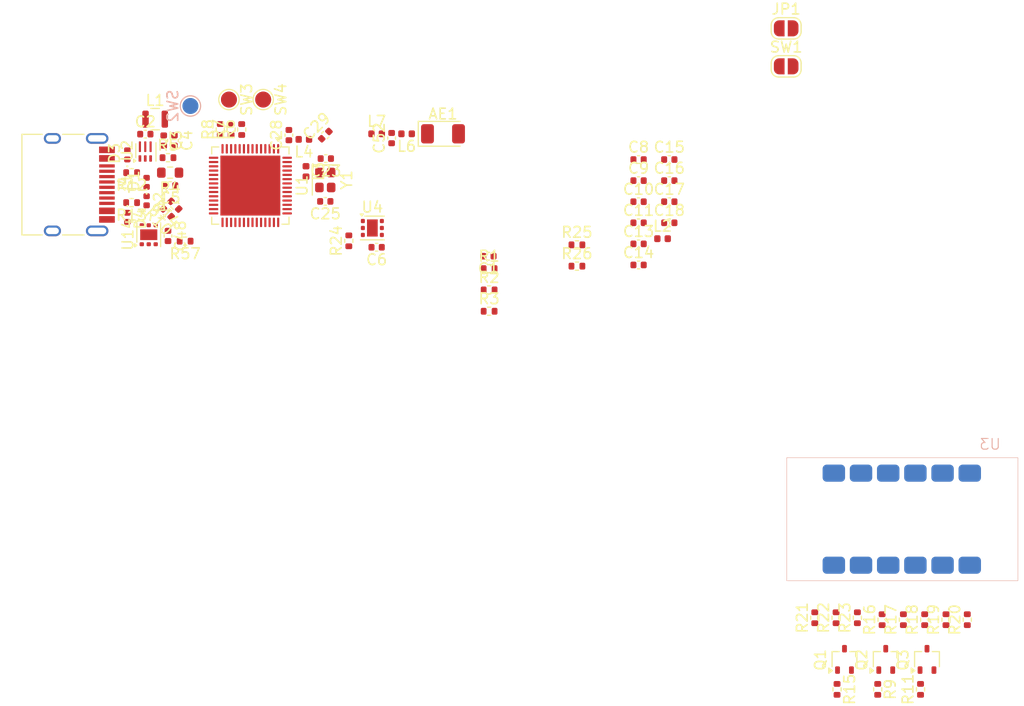
<source format=kicad_pcb>
(kicad_pcb (version 20241229) (generator "pcbnew") (generator_version "9.0")
  (layers (0 "F.Cu" signal) (4 "In1.Cu" signal) (6 "In2.Cu" signal) (2 "B.Cu" signal) (13 "F.Paste" user) (15 "B.Paste" user) (5 "F.SilkS" user "F.Silkscreen") (7 "B.SilkS" user "B.Silkscreen") (1 "F.Mask" user) (3 "B.Mask" user) (25 "Edge.Cuts" user))
  (net 0 "")
  (net 1 "/RF_ANT")
  (net 2 "Net-(U1-CHIP_PU{slash}RESET)")
  (net 3 "GND")
  (net 4 "+5V")
  (net 5 "+3V3")
  (net 6 "Net-(U2-FB)")
  (net 7 "VDD3P3")
  (net 8 "/VDD_SPI")
  (net 9 "/XTAL_PL")
  (net 10 "/XTAL_N")
  (net 11 "/RF_ESP")
  (net 12 "/RF_TRANS")
  (net 13 "Net-(C52-Pad2)")
  (net 14 "/D-")
  (net 15 "/D+")
  (net 16 "Net-(J4-CC1)")
  (net 17 "Net-(J4-CC2)")
  (net 18 "Net-(JP1-A)")
  (net 19 "Net-(JP1-B)")
  (net 20 "Net-(U2-SW)")
  (net 21 "/XTAL_P")
  (net 22 "Net-(Q1-D)")
  (net 23 "Net-(Q1-G)")
  (net 24 "Net-(Q2-D)")
  (net 25 "Net-(Q2-G)")
  (net 26 "Net-(Q3-D)")
  (net 27 "Net-(Q3-G)")
  (net 28 "/BOOT")
  (net 29 "Net-(R6-Pad2)")
  (net 30 "Net-(U1-GPIO6{slash}ADC1_CH5)")
  (net 31 "Net-(R7-Pad2)")
  (net 32 "Net-(U1-GPIO7{slash}ADC1_CH6)")
  (net 33 "Net-(U1-GPIO8{slash}ADC1_CH7)")
  (net 34 "Net-(R8-Pad2)")
  (net 35 "/DIG2")
  (net 36 "/ESP_D+")
  (net 37 "/DIG3")
  (net 38 "/ESP_D-")
  (net 39 "/DIG1")
  (net 40 "Net-(U1-SPI_CS1{slash}GPIO26)")
  (net 41 "Net-(U3-A)")
  (net 42 "Net-(U3-B)")
  (net 43 "Net-(U1-SPIHD{slash}GPIO27)")
  (net 44 "Net-(U1-SPIWP{slash}GPIO28)")
  (net 45 "Net-(U3-C)")
  (net 46 "Net-(U1-SPICS0{slash}GPIO29)")
  (net 47 "Net-(U3-D)")
  (net 48 "Net-(U3-E)")
  (net 49 "Net-(U1-SPICLK{slash}GPIO30)")
  (net 50 "Net-(U3-F)")
  (net 51 "Net-(U1-SPIQ{slash}GPIO31)")
  (net 52 "Net-(U3-G)")
  (net 53 "Net-(U1-SPID{slash}GPIO32)")
  (net 54 "Net-(U1-GPIO33)")
  (net 55 "Net-(U3-DP)")
  (net 56 "/TMP117_ALERT_2")
  (net 57 "/SCL")
  (net 58 "/SDA")
  (net 59 "/TMP117_ALERT")
  (footprint "Inductor_SMD:L_0402_1005Metric" (layer "F.Cu") (at 119 90.8 180)
    (property "Reference" "L6" (at 0 -1.17 0) (layer "F.SilkS"))
    (property "Value" "3n9")
    (pad "1" smd roundrect (at -0.485 0 180) (size 0.59 0.64) (layers "F.Cu" "F.Mask" "F.Paste") (net 1 "/RF_ANT"))
    (pad "2" smd roundrect (at 0.485 0 180) (size 0.59 0.64) (layers "F.Cu" "F.Mask" "F.Paste") (net 13 "Net-(C52-Pad2)"))
  )
  (footprint "Resistor_SMD:R_0402_1005Metric" (layer "F.Cu") (at 167.02 142.71 90)
    (property "Reference" "R11" (at 0 -1.17 90) (layer "F.SilkS"))
    (property "Value" "510")
    (pad "1" smd roundrect (at -0.51 0 90) (size 0.54 0.64) (layers "F.Cu" "F.Mask" "F.Paste") (net 27 "Net-(Q3-G)"))
    (pad "2" smd roundrect (at 0.51 0 90) (size 0.54 0.64) (layers "F.Cu" "F.Mask" "F.Paste") (net 37 "/DIG3"))
  )
  (footprint "Inductor_SMD:L_0402_1005Metric" (layer "F.Cu") (at 142.915 100.6)
    (property "Reference" "L2" (at 0 -1.17 0) (layer "F.SilkS"))
    (property "Value" "2n7")
    (pad "1" smd roundrect (at -0.485 0) (size 0.59 0.64) (layers "F.Cu" "F.Mask" "F.Paste") (net 5 "+3V3"))
    (pad "2" smd roundrect (at 0.485 0) (size 0.59 0.64) (layers "F.Cu" "F.Mask" "F.Paste") (net 7 "VDD3P3"))
  )
  (footprint "Capacitor_SMD:C_0402_1005Metric" (layer "F.Cu") (at 96.705 100.3425 -90)
    (property "Reference" "C48" (at 0 -1.16 90) (layer "F.SilkS"))
    (property "Value" "0u1")
    (pad "1" smd roundrect (at -0.48 0 270) (size 0.56 0.62) (layers "F.Cu" "F.Mask" "F.Paste") (net 5 "+3V3"))
    (pad "2" smd roundrect (at 0.48 0 270) (size 0.56 0.62) (layers "F.Cu" "F.Mask" "F.Paste") (net 3 "GND"))
  )
  (footprint "Pers:Diode_DFN1006" (layer "F.Cu") (at 94.705 95.395 90)
    (property "Reference" "D1" (at 0.2 -1.2 90) (layer "F.SilkS"))
    (property "Value" "H5VU10U")
    (pad "1" smd roundrect (at -0.365 0 90) (size 0.55 0.6) (layers "F.Cu" "F.Mask" "F.Paste") (net 14 "/D-"))
    (pad "2" smd roundrect (at 0.485 0 90) (size 0.55 0.6) (layers "F.Cu" "F.Mask" "F.Paste") (net 3 "GND"))
  )
  (footprint "Inductor_SMD:L_0402_1005Metric" (layer "F.Cu") (at 109.6 94.315 -90)
    (property "Reference" "L3" (at 0 -1.17 90) (layer "F.SilkS"))
    (property "Value" "24n")
    (pad "1" smd roundrect (at -0.485 0 270) (size 0.59 0.64) (layers "F.Cu" "F.Mask" "F.Paste") (net 21 "/XTAL_P"))
    (pad "2" smd roundrect (at 0.485 0 270) (size 0.59 0.64) (layers "F.Cu" "F.Mask" "F.Paste") (net 9 "/XTAL_PL"))
  )
  (footprint "Resistor_SMD:R_0402_1005Metric" (layer "F.Cu") (at 134.915 101.175)
    (property "Reference" "R25" (at 0 -1.17 0) (layer "F.SilkS"))
    (property "Value" "20k")
    (pad "1" smd roundrect (at -0.51 0) (size 0.54 0.64) (layers "F.Cu" "F.Mask" "F.Paste") (net 5 "+3V3"))
    (pad "2" smd roundrect (at 0.51 0) (size 0.54 0.64) (layers "F.Cu" "F.Mask" "F.Paste") (net 57 "/SCL"))
  )
  (footprint "Capacitor_SMD:C_0402_1005Metric" (layer "F.Cu") (at 143.545 95.175)
    (property "Reference" "C16" (at 0 -1.16 0) (layer "F.SilkS"))
    (property "Value" "0u1")
    (pad "1" smd roundrect (at -0.48 0) (size 0.56 0.62) (layers "F.Cu" "F.Mask" "F.Paste") (net 8 "/VDD_SPI"))
    (pad "2" smd roundrect (at 0.48 0) (size 0.56 0.62) (layers "F.Cu" "F.Mask" "F.Paste") (net 3 "GND"))
  )
  (footprint "Resistor_SMD:R_0402_1005Metric" (layer "F.Cu") (at 167.41 136.2 90)
    (property "Reference" "R18" (at 0 -1.17 90) (layer "F.SilkS"))
    (property "Value" "150")
    (pad "1" smd roundrect (at -0.51 0 90) (size 0.54 0.64) (layers "F.Cu" "F.Mask" "F.Paste") (net 45 "Net-(U3-C)"))
    (pad "2" smd roundrect (at 0.51 0 90) (size 0.54 0.64) (layers "F.Cu" "F.Mask" "F.Paste") (net 44 "Net-(U1-SPIWP{slash}GPIO28)"))
  )
  (footprint "Resistor_SMD:R_0402_1005Metric" (layer "F.Cu") (at 159.22 142.71 -90)
    (property "Reference" "R15" (at 0 -1.17 90) (layer "F.SilkS"))
    (property "Value" "510")
    (pad "1" smd roundrect (at -0.51 0 270) (size 0.54 0.64) (layers "F.Cu" "F.Mask" "F.Paste") (net 23 "Net-(Q1-G)"))
    (pad "2" smd roundrect (at 0.51 0 270) (size 0.54 0.64) (layers "F.Cu" "F.Mask" "F.Paste") (net 39 "/DIG1"))
  )
  (footprint "Capacitor_SMD:C_0402_1005Metric" (layer "F.Cu") (at 140.675 99.115)
    (property "Reference" "C11" (at 0 -1.16 0) (layer "F.SilkS"))
    (property "Value" "0u1")
    (pad "1" smd roundrect (at -0.48 0) (size 0.56 0.62) (layers "F.Cu" "F.Mask" "F.Paste") (net 7 "VDD3P3"))
    (pad "2" smd roundrect (at 0.48 0) (size 0.56 0.62) (layers "F.Cu" "F.Mask" "F.Paste") (net 3 "GND"))
  )
  (footprint "Capacitor_SMD:C_0402_1005Metric" (layer "F.Cu") (at 117.6 91.2 90)
    (property "Reference" "C52" (at 0 -1.16 90) (layer "F.SilkS"))
    (property "Value" "1p")
    (pad "1" smd roundrect (at -0.48 0 90) (size 0.56 0.62) (layers "F.Cu" "F.Mask" "F.Paste") (net 12 "/RF_TRANS"))
    (pad "2" smd roundrect (at 0.48 0 90) (size 0.56 0.62) (layers "F.Cu" "F.Mask" "F.Paste") (net 13 "Net-(C52-Pad2)"))
  )
  (footprint "Resistor_SMD:R_0402_1005Metric" (layer "F.Cu") (at 126.71 107.38)
    (property "Reference" "R3" (at 0 -1.17 0) (layer "F.SilkS"))
    (property "Value" "10k")
    (pad "1" smd roundrect (at -0.51 0) (size 0.54 0.64) (layers "F.Cu" "F.Mask" "F.Paste") (net 3 "GND"))
    (pad "2" smd roundrect (at 0.51 0) (size 0.54 0.64) (layers "F.Cu" "F.Mask" "F.Paste") (net 19 "Net-(JP1-B)"))
  )
  (footprint "Resistor_SMD:R_0402_1005Metric" (layer "F.Cu") (at 165.42 136.2 90)
    (property "Reference" "R17" (at 0 -1.17 90) (layer "F.SilkS"))
    (property "Value" "150")
    (pad "1" smd roundrect (at -0.51 0 90) (size 0.54 0.64) (layers "F.Cu" "F.Mask" "F.Paste") (net 42 "Net-(U3-B)"))
    (pad "2" smd roundrect (at 0.51 0 90) (size 0.54 0.64) (layers "F.Cu" "F.Mask" "F.Paste") (net 43 "Net-(U1-SPIHD{slash}GPIO27)"))
  )
  (footprint "Jumper:SolderJumper-2_P1.3mm_Open_RoundedPad1.0x1.5mm" (layer "F.Cu") (at 154.465 80.945)
    (property "Reference" "JP1" (at 0 -1.8 0) (layer "F.SilkS"))
    (property "Value" "Jumper_2_Open")
    (pad "1" smd custom (at -0.65 0) (size 1 0.5) (layers "F.Cu" "F.Mask") (net 18 "Net-(JP1-A)") (options (clearance outline) (anchor rect)) (primitives (gr_circle (center 0 0.25) (end 0.5 0.25) (width 0) (fill yes)) (gr_circle (center 0 -0.25) (end 0.5 -0.25) (width 0) (fill yes)) (gr_poly (pts (xy 0.5 0.75) (xy 0 0.75) (xy 0 -0.75) (xy 0.5 -0.75)) (width 0) (fill yes))))
    (pad "2" smd custom (at 0.65 0) (size 1 0.5) (layers "F.Cu" "F.Mask") (net 19 "Net-(JP1-B)") (options (clearance outline) (anchor rect)) (primitives (gr_circle (center 0 0.25) (end 0.5 0.25) (width 0) (fill yes)) (gr_circle (center 0 -0.25) (end 0.5 -0.25) (width 0) (fill yes)) (gr_poly (pts (xy 0 0.75) (xy -0.5 0.75) (xy -0.5 -0.75) (xy 0 -0.75)) (width 0) (fill yes))))
  )
  (footprint "Resistor_SMD:R_0402_1005Metric" (layer "F.Cu") (at 134.915 103.165)
    (property "Reference" "R26" (at 0 -1.17 0) (layer "F.SilkS"))
    (property "Value" "20k")
    (pad "1" smd roundrect (at -0.51 0) (size 0.54 0.64) (layers "F.Cu" "F.Mask" "F.Paste") (net 5 "+3V3"))
    (pad "2" smd roundrect (at 0.51 0) (size 0.54 0.64) (layers "F.Cu" "F.Mask" "F.Paste") (net 58 "/SDA"))
  )
  (footprint "Resistor_SMD:R_0402_1005Metric" (layer "F.Cu") (at 93.305 94.43 180)
    (property "Reference" "R12" (at 0 -1.17 0) (layer "F.SilkS"))
    (property "Value" "5k1")
    (pad "1" smd roundrect (at -0.51 0 180) (size 0.54 0.64) (layers "F.Cu" "F.Mask" "F.Paste") (net 3 "GND"))
    (pad "2" smd roundrect (at 0.51 0 180) (size 0.54 0.64) (layers "F.Cu" "F.Mask" "F.Paste") (net 16 "Net-(J4-CC1)"))
  )
  (footprint "Resistor_SMD:R_0402_1005Metric" (layer "F.Cu") (at 157.14 136.02 90)
    (property "Reference" "R21" (at 0 -1.17 90) (layer "F.SilkS"))
    (property "Value" "150")
    (pad "1" smd roundrect (at -0.51 0 90) (size 0.54 0.64) (layers "F.Cu" "F.Mask" "F.Paste") (net 50 "Net-(U3-F)"))
    (pad "2" smd roundrect (at 0.51 0 90) (size 0.54 0.64) (layers "F.Cu" "F.Mask" "F.Paste") (net 51 "Net-(U1-SPIQ{slash}GPIO31)"))
  )
  (footprint "Capacitor_SMD:C_0402_1005Metric" (layer "F.Cu") (at 116.2 101.4 180)
    (property "Reference" "C6" (at 0 -1.16 0) (layer "F.SilkS"))
    (property "Value" "0u1")
    (pad "1" smd roundrect (at -0.48 0 180) (size 0.56 0.62) (layers "F.Cu" "F.Mask" "F.Paste") (net 5 "+3V3"))
    (pad "2" smd roundrect (at 0.48 0 180) (size 0.56 0.62) (layers "F.Cu" "F.Mask" "F.Paste") (net 3 "GND"))
  )
  (footprint "Resistor_SMD:R_0402_1005Metric" (layer "F.Cu") (at 169.4 136.2 90)
    (property "Reference" "R19" (at 0 -1.17 90) (layer "F.SilkS"))
    (property "Value" "150")
    (pad "1" smd roundrect (at -0.51 0 90) (size 0.54 0.64) (layers "F.Cu" "F.Mask" "F.Paste") (net 47 "Net-(U3-D)"))
    (pad "2" smd roundrect (at 0.51 0 90) (size 0.54 0.64) (layers "F.Cu" "F.Mask" "F.Paste") (net 46 "Net-(U1-SPICS0{slash}GPIO29)"))
  )
  (footprint "Crystal:Crystal_SMD_2016-4Pin_2.0x1.6mm" (layer "F.Cu") (at 111.4 95.115 -90)
    (property "Reference" "Y1" (at 0 -2 90) (layer "F.SilkS"))
    (property "Value" "48M")
    (pad "1" smd roundrect (at -0.7 0.55 270) (size 0.9 0.8) (layers "F.Cu" "F.Mask" "F.Paste") (net 9 "/XTAL_PL"))
    (pad "2" smd roundrect (at 0.7 0.55 270) (size 0.9 0.8) (layers "F.Cu" "F.Mask" "F.Paste") (net 3 "GND"))
    (pad "3" smd roundrect (at 0.7 -0.55 270) (size 0.9 0.8) (layers "F.Cu" "F.Mask" "F.Paste") (net 10 "/XTAL_N"))
    (pad "4" smd roundrect (at -0.7 -0.55 270) (size 0.9 0.8) (layers "F.Cu" "F.Mask" "F.Paste") (net 3 "GND"))
  )
  (footprint "Capacitor_SMD:C_0402_1005Metric" (layer "F.Cu") (at 111.4 97.115 180)
    (property "Reference" "C25" (at 0 -1.16 0) (layer "F.SilkS"))
    (property "Value" "12p")
    (pad "1" smd roundrect (at -0.48 0 180) (size 0.56 0.62) (layers "F.Cu" "F.Mask" "F.Paste") (net 10 "/XTAL_N"))
    (pad "2" smd roundrect (at 0.48 0 180) (size 0.56 0.62) (layers "F.Cu" "F.Mask" "F.Paste") (net 3 "GND"))
  )
  (footprint "Jumper:SolderJumper-2_P1.3mm_Open_RoundedPad1.0x1.5mm" (layer "F.Cu") (at 154.465 84.495)
    (property "Reference" "SW1" (at 0 -1.8 0) (layer "F.SilkS"))
    (property "Value" "SW_Push")
    (pad "1" smd custom (at -0.65 0) (size 1 0.5) (layers "F.Cu" "F.Mask") (net 28 "/BOOT") (options (clearance outline) (anchor rect)) (primitives (gr_circle (center 0 0.25) (end 0.5 0.25) (width 0) (fill yes)) (gr_circle (center 0 -0.25) (end 0.5 -0.25) (width 0) (fill yes)) (gr_poly (pts (xy 0.5 0.75) (xy 0 0.75) (xy 0 -0.75) (xy 0.5 -0.75)) (width 0) (fill yes))))
    (pad "2" smd custom (at 0.65 0) (size 1 0.5) (layers "F.Cu" "F.Mask") (net 3 "GND") (options (clearance outline) (anchor rect)) (primitives (gr_circle (center 0 0.25) (end 0.5 0.25) (width 0) (fill yes)) (gr_circle (center 0 -0.25) (end 0.5 -0.25) (width 0) (fill yes)) (gr_poly (pts (xy 0 0.75) (xy -0.5 0.75) (xy -0.5 -0.75) (xy 0 -0.75)) (width 0) (fill yes))))
  )
  (footprint "Capacitor_SMD:C_0402_1005Metric" (layer "F.Cu") (at 140.675 93.205)
    (property "Reference" "C8" (at 0 -1.16 0) (layer "F.SilkS"))
    (property "Value" "10u")
    (pad "1" smd roundrect (at -0.48 0) (size 0.56 0.62) (layers "F.Cu" "F.Mask" "F.Paste") (net 5 "+3V3"))
    (pad "2" smd roundrect (at 0.48 0) (size 0.56 0.62) (layers "F.Cu" "F.Mask" "F.Paste") (net 3 "GND"))
  )
  (footprint "Resistor_SMD:R_0402_1005Metric" (layer "F.Cu") (at 93.305 97.23 180)
    (property "Reference" "R13" (at 0 -1.17 0) (layer "F.SilkS"))
    (property "Value" "5k1")
    (pad "1" smd roundrect (at -0.51 0 180) (size 0.54 0.64) (layers "F.Cu" "F.Mask" "F.Paste") (net 3 "GND"))
    (pad "2" smd roundrect (at 0.51 0 180) (size 0.54 0.64) (layers "F.Cu" "F.Mask" "F.Paste") (net 17 "Net-(J4-CC2)"))
  )
  (footprint "Package_SON:WSON-6-1EP_2x2mm_P0.65mm_EP1x1.6mm" (layer "F.Cu") (at 94.905 100.23 90)
    (property "Reference" "U14" (at 0 -1.95 90) (layer "F.SilkS"))
    (property "Value" "TMP117AIDRV")
    (pad "1" smd roundrect (at -0.8875 -0.65 90) (size 0.375 0.4) (layers "F.Cu" "F.Mask" "F.Paste") (net 57 "/SCL"))
    (pad "2" smd roundrect (at -0.8875 0 90) (size 0.375 0.4) (layers "F.Cu" "F.Mask" "F.Paste") (net 3 "GND"))
    (pad "3" smd roundrect (at -0.8875 0.65 90) (size 0.375 0.4) (layers "F.Cu" "F.Mask" "F.Paste") (net 59 "/TMP117_ALERT"))
    (pad "4" smd roundrect (at 0.8875 0.65 90) (size 0.375 0.4) (layers "F.Cu" "F.Mask" "F.Paste") (net 3 "GND"))
    (pad "5" smd roundrect (at 0.8875 0 90) (size 0.375 0.4) (layers "F.Cu" "F.Mask" "F.Paste") (net 5 "+3V3"))
    (pad "6" smd roundrect (at 0.8875 -0.65 90) (size 0.375 0.4) (layers "F.Cu" "F.Mask" "F.Paste") (net 58 "/SDA"))
    (pad "7" smd rect (at 0 0 90) (size 1 1.6) (property pad_prop_heatsink) (layers "F.Cu" "F.Mask"))
  )
  (footprint "Pers:Diode_DFN1006" (layer "F.Cu") (at 92.905 98.545 -90)
    (property "Reference" "D4" (at 0.2 -1.2 90) (layer "F.SilkS"))
    (property "Value" "H5VU10U")
    (pad "1" smd roundrect (at -0.365 0 270) (size 0.55 0.6) (layers "F.Cu" "F.Mask" "F.Paste") (net 4 "+5V"))
    (pad "2" smd roundrect (at 0.485 0 270) (size 0.55 0.6) (layers "F.Cu" "F.Mask" "F.Paste") (net 3 "GND"))
  )
  (footprint "Capacitor_SMD:C_0402_1005Metric" (layer "F.Cu") (at 143.545 97.145)
    (property "Reference" "C17" (at 0 -1.16 0) (layer "F.SilkS"))
    (property "Value" "0u1")
    (pad "1" smd roundrect (at -0.48 0) (size 0.56 0.62) (layers "F.Cu" "F.Mask" "F.Paste") (net 5 "+3V3"))
    (pad "2" smd roundrect (at 0.48 0) (size 0.56 0.62) (layers "F.Cu" "F.Mask" "F.Paste") (net 3 "GND"))
  )
  (footprint "Resistor_SMD:R_0402_1005Metric" (layer "F.Cu") (at 102.6 90.4 90)
    (property "Reference" "R7" (at 0 -1.17 90) (layer "F.SilkS"))
    (property "Value" "510")
    (pad "1" smd roundrect (at -0.51 0 90) (size 0.54 0.64) (layers "F.Cu" "F.Mask" "F.Paste") (net 32 "Net-(U1-GPIO7{slash}ADC1_CH6)"))
    (pad "2" smd roundrect (at 0.51 0 90) (size 0.54 0.64) (layers "F.Cu" "F.Mask" "F.Paste") (net 31 "Net-(R7-Pad2)"))
  )
  (footprint "Resistor_SMD:R_0402_1005Metric" (layer "F.Cu") (at 171.39 136.2 90)
    (property "Reference" "R20" (at 0 -1.17 90) (layer "F.SilkS"))
    (property "Value" "150")
    (pad "1" smd roundrect (at -0.51 0 90) (size 0.54 0.64) (layers "F.Cu" "F.Mask" "F.Paste") (net 48 "Net-(U3-E)"))
    (pad "2" smd roundrect (at 0.51 0 90) (size 0.54 0.64) (layers "F.Cu" "F.Mask" "F.Paste") (net 49 "Net-(U1-SPICLK{slash}GPIO30)"))
  )
  (footprint "Resistor_SMD:R_0402_1005Metric" (layer "F.Cu") (at 98.305 100.83 180)
    (property "Reference" "R57" (at 0 -1.17 0) (layer "F.SilkS"))
    (property "Value" "10k")
    (pad "1" smd roundrect (at -0.51 0 180) (size 0.54 0.64) (layers "F.Cu" "F.Mask" "F.Paste") (net 5 "+3V3"))
    (pad "2" smd roundrect (at 0.51 0 180) (size 0.54 0.64) (layers "F.Cu" "F.Mask" "F.Paste") (net 59 "/TMP117_ALERT"))
  )
  (footprint "Package_DFN_QFN:QFN-56-1EP_7x7mm_P0.4mm_EP5.6x5.6mm" (layer "F.Cu") (at 104.4 95.6375 -90)
    (property "Reference" "U1" (at 0 -4.83 90) (layer "F.SilkS"))
    (property "Value" "ESP32-S3FH4R2")
    (pad "1" smd roundrect (at -3.4375 -2.6 270) (size 0.875 0.2) (layers "F.Cu" "F.Mask" "F.Paste") (net 11 "/RF_ESP"))
    (pad "2" smd roundrect (at -3.4375 -2.2 270) (size 0.875 0.2) (layers "F.Cu" "F.Mask" "F.Paste") (net 7 "VDD3P3"))
    (pad "3" smd roundrect (at -3.4375 -1.8 270) (size 0.875 0.2) (layers "F.Cu" "F.Mask" "F.Paste") (net 7 "VDD3P3"))
    (pad "4" smd roundrect (at -3.4375 -1.4 270) (size 0.875 0.2) (layers "F.Cu" "F.Mask" "F.Paste") (net 2 "Net-(U1-CHIP_PU{slash}RESET)"))
    (pad "5" smd roundrect (at -3.4375 -1 270) (size 0.875 0.2) (layers "F.Cu" "F.Mask" "F.Paste") (net 28 "/BOOT"))
    (pad "6" smd roundrect (at -3.4375 -0.6 270) (size 0.875 0.2) (layers "F.Cu" "F.Mask" "F.Paste"))
    (pad "7" smd roundrect (at -3.4375 -0.2 270) (size 0.875 0.2) (layers "F.Cu" "F.Mask" "F.Paste") (net 57 "/SCL"))
    (pad "8" smd roundrect (at -3.4375 0.2 270) (size 0.875 0.2) (layers "F.Cu" "F.Mask" "F.Paste") (net 58 "/SDA"))
    (pad "9" smd roundrect (at -3.4375 0.6 270) (size 0.875 0.2) (layers "F.Cu" "F.Mask" "F.Paste"))
    (pad "10" smd roundrect (at -3.4375 1 270) (size 0.875 0.2) (layers "F.Cu" "F.Mask" "F.Paste"))
    (pad "11" smd roundrect (at -3.4375 1.4 270) (size 0.875 0.2) (layers "F.Cu" "F.Mask" "F.Paste") (net 30 "Net-(U1-GPIO6{slash}ADC1_CH5)"))
    (pad "12" smd roundrect (at -3.4375 1.8 270) (size 0.875 0.2) (layers "F.Cu" "F.Mask" "F.Paste") (net 32 "Net-(U1-GPIO7{slash}ADC1_CH6)"))
    (pad "13" smd roundrect (at -3.4375 2.2 270) (size 0.875 0.2) (layers "F.Cu" "F.Mask" "F.Paste") (net 33 "Net-(U1-GPIO8{slash}ADC1_CH7)"))
    (pad "14" smd roundrect (at -3.4375 2.6 270) (size 0.875 0.2) (layers "F.Cu" "F.Mask" "F.Paste"))
    (pad "15" smd roundrect (at -2.6 3.4375 270) (size 0.2 0.875) (layers "F.Cu" "F.Mask" "F.Paste"))
    (pad "16" smd roundrect (at -2.2 3.4375 270) (size 0.2 0.875) (layers "F.Cu" "F.Mask" "F.Paste") (net 39 "/DIG1"))
    (pad "17" smd roundrect (at -1.8 3.4375 270) (size 0.2 0.875) (layers "F.Cu" "F.Mask" "F.Paste") (net 35 "/DIG2"))
    (pad "18" smd roundrect (at -1.4 3.4375 270) (size 0.2 0.875) (layers "F.Cu" "F.Mask" "F.Paste") (net 37 "/DIG3"))
    (pad "19" smd roundrect (at -1 3.4375 270) (size 0.2 0.875) (layers "F.Cu" "F.Mask" "F.Paste"))
    (pad "20" smd roundrect (at -0.6 3.4375 270) (size 0.2 0.875) (layers "F.Cu" "F.Mask" "F.Paste") (net 5 "+3V3"))
    (pad "21" smd roundrect (at -0.2 3.4375 270) (size 0.2 0.875) (layers "F.Cu" "F.Mask" "F.Paste"))
    (pad "22" smd roundrect (at 0.2 3.4375 270) (size 0.2 0.875) (layers "F.Cu" "F.Mask" "F.Paste"))
    (pad "23" smd roundrect (at 0.6 3.4375 270) (size 0.2 0.875) (layers "F.Cu" "F.Mask" "F.Paste") (net 56 "/TMP117_ALERT_2"))
    (pad "24" smd roundrect (at 1 3.4375 270) (size 0.2 0.875) (layers "F.Cu" "F.Mask" "F.Paste") (net 59 "/TMP117_ALERT"))
    (pad "25" smd roundrect (at 1.4 3.4375 270) (size 0.2 0.875) (layers "F.Cu" "F.Mask" "F.Paste") (net 38 "/ESP_D-"))
    (pad "26" smd roundrect (at 1.8 3.4375 270) (size 0.2 0.875) (layers "F.Cu" "F.Mask" "F.Paste") (net 36 "/ESP_D+"))
    (pad "27" smd roundrect (at 2.2 3.4375 270) (size 0.2 0.875) (layers "F.Cu" "F.Mask" "F.Paste"))
    (pad "28" smd roundrect (at 2.6 3.4375 270) (size 0.2 0.875) (layers "F.Cu" "F.Mask" "F.Paste") (net 40 "Net-(U1-SPI_CS1{slash}GPIO26)"))
    (pad "29" smd roundrect (at 3.4375 2.6 270) (size 0.875 0.2) (layers "F.Cu" "F.Mask" "F.Paste") (net 8 "/VDD_SPI"))
    (pad "30" smd roundrect (at 3.4375 2.2 270) (size 0.875 0.2) (layers "F.Cu" "F.Mask" "F.Paste") (net 43 "Net-(U1-SPIHD{slash}GPIO27)"))
    (pad "31" smd roundrect (at 3.4375 1.8 270) (size 0.875 0.2) (layers "F.Cu" "F.Mask" "F.Paste") (net 44 "Net-(U1-SPIWP{slash}GPIO28)"))
    (pad "32" smd roundrect (at 3.4375 1.4 270) (size 0.875 0.2) (layers "F.Cu" "F.Mask" "F.Paste") (net 46 "Net-(U1-SPICS0{slash}GPIO29)"))
    (pad "33" smd roundrect (at 3.4375 1 270) (size 0.875 0.2) (layers "F.Cu" "F.Mask" "F.Paste") (net 49 "Net-(U1-SPICLK{slash}GPIO30)"))
    (pad "34" smd roundrect (at 3.4375 0.6 270) (size 0.875 0.2) (layers "F.Cu" "F.Mask" "F.Paste") (net 51 "Net-(U1-SPIQ{slash}GPIO31)"))
    (pad "35" smd roundrect (at 3.4375 0.2 270) (size 0.875 0.2) (layers "F.Cu" "F.Mask" "F.Paste") (net 53 "Net-(U1-SPID{slash}GPIO32)"))
    (pad "36" smd roundrect (at 3.4375 -0.2 270) (size 0.875 0.2) (layers "F.Cu" "F.Mask" "F.Paste"))
    (pad "37" smd roundrect (at 3.4375 -0.6 270) (size 0.875 0.2) (layers "F.Cu" "F.Mask" "F.Paste"))
    (pad "38" smd roundrect (at 3.4375 -1 270) (size 0.875 0.2) (layers "F.Cu" "F.Mask" "F.Paste") (net 54 "Net-(U1-GPIO33)"))
    (pad "39" smd roundrect (at 3.4375 -1.4 270) (size 0.875 0.2) (layers "F.Cu" "F.Mask" "F.Paste"))
    (pad "40" smd roundrect (at 3.4375 -1.8 270) (size 0.875 0.2) (layers "F.Cu" "F.Mask" "F.Paste"))
    (pad "41" smd roundrect (at 3.4375 -2.2 270) (size 0.875 0.2) (layers "F.Cu" "F.Mask" "F.Paste"))
    (pad "42" smd roundrect (at 3.4375 -2.6 270) (size 0.875 0.2) (layers "F.Cu" "F.Mask" "F.Paste"))
    (pad "43" smd roundrect (at 2.6 -3.4375 270) (size 0.2 0.875) (layers "F.Cu" "F.Mask" "F.Paste"))
    (pad "44" smd roundrect (at 2.2 -3.4375 270) (size 0.2 0.875) (layers "F.Cu" "F.Mask" "F.Paste"))
    (pad "45" smd roundrect (at 1.8 -3.4375 270) (size 0.2 0.875) (layers "F.Cu" "F.Mask" "F.Paste"))
    (pad "46" smd roundrect (at 1.4 -3.4375 270) (size 0.2 0.875) (layers "F.Cu" "F.Mask" "F.Paste") (net 5 "+3V3"))
    (pad "47" smd roundrect (at 1 -3.4375 270) (size 0.2 0.875) (layers "F.Cu" "F.Mask" "F.Paste"))
    (pad "48" smd roundrect (at 0.6 -3.4375 270) (size 0.2 0.875) (layers "F.Cu" "F.Mask" "F.Paste"))
    (pad "49" smd roundrect (at 0.2 -3.4375 270) (size 0.2 0.875) (layers "F.Cu" "F.Mask" "F.Paste"))
    (pad "50" smd roundrect (at -0.2 -3.4375 270) (size 0.2 0.875) (layers "F.Cu" "F.Mask" "F.Paste"))
    (pad "51" smd roundrect (at -0.6 -3.4375 270) (size 0.2 0.875) (layers "F.Cu" "F.Mask" "F.Paste"))
    (pad "52" smd roundrect (at -1 -3.4375 270) (size 0.2 0.875) (layers "F.Cu" "F.Mask" "F.Paste") (net 18 "Net-(JP1-A)"))
    (pad "53" smd roundrect (at -1.4 -3.4375 270) (size 0.2 0.875) (layers "F.Cu" "F.Mask" "F.Paste") (net 10 "/XTAL_N"))
    (pad "54" smd roundrect (at -1.8 -3.4375 270) (size 0.2 0.875) (layers "F.Cu" "F.Mask" "F.Paste") (net 21 "/XTAL_P"))
    (pad "55" smd roundrect (at -2.2 -3.4375 270) (size 0.2 0.875) (layers "F.Cu" "F.Mask" "F.Paste") (net 5 "+3V3"))
    (pad "56" smd roundrect (at -2.6 -3.4375 270) (size 0.2 0.875) (layers "F.Cu" "F.Mask" "F.Paste") (net 5 "+3V3"))
    (pad "57" smd rect (at 0 0 270) (size 5.6 5.6) (property pad_prop_heatsink) (layers "F.Cu" "F.Mask") (net 3 "GND"))
  )
  (footprint "Pers:Diode_DFN1006" (layer "F.Cu") (at 94.705 96.995 -90)
    (property "Reference" "D2" (at 0.2 -1.2 90) (layer "F.SilkS"))
    (property "Value" "H5VU10U")
    (pad "1" smd roundrect (at -0.365 0 270) (size 0.55 0.6) (layers "F.Cu" "F.Mask" "F.Paste") (net 15 "/D+"))
    (pad "2" smd roundrect (at 0.485 0 270) (size 0.55 0.6) (layers "F.Cu" "F.Mask" "F.Paste") (net 3 "GND"))
  )
  (footprint "Pers:TDK_TFM201610ALC" (layer "F.Cu") (at 95.505 89.43)
    (property "Reference" "L1" (at 0 -1.75 0) (layer "F.SilkS"))
    (property "Value" "0u47")
    (pad "1" smd roundrect (at -0.9 0) (size 0.6 1.6) (layers "F.Cu" "F.Mask" "F.Paste") (net 20 "Net-(U2-SW)"))
    (pad "2" smd roundrect (at 0.9 0) (size 0.6 1.6) (layers "F.Cu" "F.Mask" "F.Paste") (net 5 "+3V3"))
  )
  (footprint "Capacitor_SMD:C_0402_1005Metric" (layer "F.Cu") (at 143.545 93.205)
    (property "Reference" "C15" (at 0 -1.16 0) (layer "F.SilkS"))
    (property "Value" "1u")
    (pad "1" smd roundrect (at -0.48 0) (size 0.56 0.62) (layers "F.Cu" "F.Mask" "F.Paste") (net 8 "/VDD_SPI"))
    (pad "2" smd roundrect (at 0.48 0) (size 0.56 0.62) (layers "F.Cu" "F.Mask" "F.Paste") (net 3 "GND"))
  )
  (footprint "Resistor_SMD:R_0402_1005Metric" (layer "F.Cu") (at 103.59 90.4 90)
    (property "Reference" "R6" (at 0 -1.17 90) (layer "F.SilkS"))
    (property "Value" "510")
    (pad "1" smd roundrect (at -0.51 0 90) (size 0.54 0.64) (layers "F.Cu" "F.Mask" "F.Paste") (net 30 "Net-(U1-GPIO6{slash}ADC1_CH5)"))
    (pad "2" smd roundrect (at 0.51 0 90) (size 0.54 0.64) (layers "F.Cu" "F.Mask" "F.Paste") (net 29 "Net-(R6-Pad2)"))
  )
  (footprint "Resistor_SMD:R_0402_1005Metric" (layer "F.Cu") (at 126.71 103.4)
    (property "Reference" "R1" (at 0 -1.17 0) (layer "F.SilkS"))
    (property "Value" "10k")
    (pad "1" smd roundrect (at -0.51 0) (size 0.54 0.64) (layers "F.Cu" "F.Mask" "F.Paste") (net 5 "+3V3"))
    (pad "2" smd roundrect (at 0.51 0) (size 0.54 0.64) (layers "F.Cu" "F.Mask" "F.Paste") (net 2 "Net-(U1-CHIP_PU{slash}RESET)"))
  )
  (footprint "Resistor_SMD:R_0402_1005Metric" (layer "F.Cu") (at 126.71 105.39)
    (property "Reference" "R2" (at 0 -1.17 0) (layer "F.SilkS"))
    (property "Value" "10k")
    (pad "1" smd roundrect (at -0.51 0) (size 0.54 0.64) (layers "F.Cu" "F.Mask" "F.Paste") (net 28 "/BOOT"))
    (pad "2" smd roundrect (at 0.51 0) (size 0.54 0.64) (layers "F.Cu" "F.Mask" "F.Paste") (net 5 "+3V3"))
  )
  (footprint "Resistor_SMD:R_0402_1005Metric" (layer "F.Cu") (at 163.02 142.71 -90)
    (property "Reference" "R9" (at 0 -1.17 90) (layer "F.SilkS"))
    (property "Value" "510")
    (pad "1" smd roundrect (at -0.51 0 270) (size 0.54 0.64) (layers "F.Cu" "F.Mask" "F.Paste") (net 25 "Net-(Q2-G)"))
    (pad "2" smd roundrect (at 0.51 0 270) (size 0.54 0.64) (layers "F.Cu" "F.Mask" "F.Paste") (net 35 "/DIG2"))
  )
  (footprint "Pers:Diode_DFN1006" (layer "F.Cu") (at 92.905 92.83 90)
    (property "Reference" "D3" (at 0.2 -1.2 90) (layer "F.SilkS"))
    (property "Value" "H5VU10U")
    (pad "1" smd roundrect (at -0.365 0 90) (size 0.55 0.6) (layers "F.Cu" "F.Mask" "F.Paste") (net 4 "+5V"))
    (pad "2" smd roundrect (at 0.485 0 90) (size 0.55 0.6) (layers "F.Cu" "F.Mask" "F.Paste") (net 3 "GND"))
  )
  (footprint "Connector_USB:USB_C_Receptacle_HRO_TYPE-C-31-M-12" (layer "F.Cu") (at 86.955 95.55 -90)
    (property "Reference" "J4" (at 0 -5.645 90) (layer "F.SilkS"))
    (property "Value" "USB_C_Receptacle_USB2.0_14P")
    (pad "" np_thru_hole circle (at -2.89 -2.6 270) (size 0.65 0.65) (drill 0.65) (layers "*.Cu" "*.Mask"))
    (pad "" np_thru_hole circle (at 2.89 -2.6 270) (size 0.65 0.65) (drill 0.65) (layers "*.Cu" "*.Mask"))
    (pad "A1" smd rect (at -3.25 -4.045 270) (size 0.6 1.45) (layers "F.Cu" "F.Mask" "F.Paste") (net 3 "GND"))
    (pad "A4" smd rect (at -2.45 -4.045 270) (size 0.6 1.45) (layers "F.Cu" "F.Mask" "F.Paste") (net 4 "+5V"))
    (pad "A5" smd rect (at -1.25 -4.045 270) (size 0.3 1.45) (layers "F.Cu" "F.Mask" "F.Paste") (net 16 "Net-(J4-CC1)"))
    (pad "A6" smd rect (at -0.25 -4.045 270) (size 0.3 1.45) (layers "F.Cu" "F.Mask" "F.Paste") (net 15 "/D+"))
    (pad "A7" smd rect (at 0.25 -4.045 270) (size 0.3 1.45) (layers "F.Cu" "F.Mask" "F.Paste") (net 14 "/D-"))
    (pad "A8" smd rect (at 1.25 -4.045 270) (size 0.3 1.45) (layers "F.Cu" "F.Mask" "F.Paste"))
    (pad "A9" smd rect (at 2.45 -4.045 270) (size 0.6 1.45) (layers "F.Cu" "F.Mask" "F.Paste") (net 4 "+5V"))
    (pad "A12" smd rect (at 3.25 -4.045 270) (size 0.6 1.45) (layers "F.Cu" "F.Mask" "F.Paste") (net 3 "GND"))
    (pad "B1" smd rect (at 3.25 -4.045 270) (size 0.6 1.45) (layers "F.Cu" "F.Mask" "F.Paste") (net 3 "GND"))
    (pad "B4" smd rect (at 2.45 -4.045 270) (size 0.6 1.45) (layers "F.Cu" "F.Mask" "F.Paste") (net 4 "+5V"))
    (pad "B5" smd rect (at 1.75 -4.045 270) (size 0.3 1.45) (layers "F.Cu" "F.Mask" "F.Paste") (net 17 "Net-(J4-CC2)"))
    (pad "B6" smd rect (at 0.75 -4.045 270) (size 0.3 1.45) (layers "F.Cu" "F.Mask" "F.Paste") (net 15 "/D+"))
    (pad "B7" smd rect (at -0.75 -4.045 270) (size 0.3 1.45) (layers "F.Cu" "F.Mask" "F.Paste") (net 14 "/D-"))
    (pad "B8" smd rect (at -1.75 -4.045 270) (size 0.3 1.45) (layers "F.Cu" "F.Mask" "F.Paste"))
    (pad "B9" smd rect (at -2.45 -4.045 270) (size 0.6 1.45) (layers "F.Cu" "F.Mask" "F.Paste") (net 4 "+5V"))
    (pad "B12" smd rect (at -3.25 -4.045 270) (size 0.6 1.45) (layers "F.Cu" "F.Mask" "F.Paste") (net 3 "GND"))
    (pad "S1" thru_hole oval (at -4.32 -3.13 270) (size 1 2.1) (drill oval 0.6 1.7) (property pad_prop_heatsink) (layers "*.Cu" "*.Mask") (net 3 "GND"))
    (pad "S1" thru_hole oval (at -4.32 1.05 270) (size 1 1.6) (drill oval 0.6 1.2) (property pad_prop_heatsink) (layers "*.Cu" "*.Mask") (net 3 "GND"))
    (pad "S1" thru_hole oval (at 4.32 -3.13 270) (size 1 2.1) (drill oval 0.6 1.7) (property pad_prop_heatsink) (layers "*.Cu" "*.Mask") (net 3 "GND"))
    (pad "S1" thru_hole oval (at 4.32 1.05 270) (size 1 1.6) (drill oval 0.6 1.2) (property pad_prop_heatsink) (layers "*.Cu" "*.Mask") (net 3 "GND"))
  )
  (footprint "Capacitor_SMD:C_0402_1005Metric" (layer "F.Cu") (at 140.675 101.085)
    (property "Reference" "C13" (at 0 -1.16 0) (layer "F.SilkS"))
    (property "Value" "10n")
    (pad "1" smd roundrect (at -0.48 0) (size 0.56 0.62) (layers "F.Cu" "F.Mask" "F.Paste") (net 5 "+3V3"))
    (pad "2" smd roundrect (at 0.48 0) (size 0.56 0.62) (layers "F.Cu" "F.Mask" "F.Paste") (net 3 "GND"))
  )
  (footprint "Resistor_SMD:R_0402_1005Metric" (layer "F.Cu") (at 163.43 136.2 90)
    (property "Reference" "R16" (at 0 -1.17 90) (layer "F.SilkS"))
    (property "Value" "150")
    (pad "1" smd roundrect (at -0.51 0 90) (size 0.54 0.64) (layers "F.Cu" "F.Mask" "F.Paste") (net 41 "Net-(U3-A)"))
    (pad "2" smd roundrect (at 0.51 0 90) (size 0.54 0.64) (layers "F.Cu" "F.Mask" "F.Paste") (net 40 "Net-(U1-SPI_CS1{slash}GPIO26)"))
  )
  (footprint "Resistor_SMD:R_0402_1005Metric" (layer "F.Cu") (at 101.59 90.4 90)
    (property "Reference" "R8" (at 0 -1.17 90) (layer "F.SilkS"))
    (property "Value" "510")
    (pad "1" smd roundrect (at -0.51 0 90) (size 0.54 0.64) (layers "F.Cu" "F.Mask" "F.Paste") (net 33 "Net-(U1-GPIO8{slash}ADC1_CH7)"))
    (pad "2" smd roundrect (at 0.51 0 90) (size 0.54 0.64) (layers "F.Cu" "F.Mask" "F.Paste") (net 34 "Net-(R8-Pad2)"))
  )
  (footprint "Resistor_SMD:R_0402_1005Metric" (layer "F.Cu") (at 97.344376 97.469376 135)
    (property "Reference" "R14" (at 0 -1.17 135) (layer "F.SilkS"))
    (property "Value" "22")
    (pad "1" smd roundrect (at -0.509999 0 135) (size 0.54 0.64) (layers "F.Cu" "F.Mask" "F.Paste") (net 38 "/ESP_D-"))
    (pad "2" smd roundrect (at 0.509999 0 135) (size 0.54 0.64) (layers "F.Cu" "F.Mask" "F.Paste") (net 14 "/D-"))
  )
  (footprint "Capacitor_SMD:C_0402_1005Metric" (layer "F.Cu") (at 108 90.92 90)
    (property "Reference" "C28" (at 0 -1.16 90) (layer "F.SilkS"))
    (property "Value" "1p2")
    (pad "1" smd roundrect (at -0.48 0 90) (size 0.56 0.62) (layers "F.Cu" "F.Mask" "F.Paste") (net 11 "/RF_ESP"))
    (pad "2" smd roundrect (at 0.48 0 90) (size 0.56 0.62) (layers "F.Cu" "F.Mask" "F.Paste") (net 3 "GND"))
  )
  (footprint "Capacitor_SMD:C_0402_1005Metric" (layer "F.Cu") (at 140.675 95.175)
    (property "Reference" "C9" (at 0 -1.16 0) (layer "F.SilkS"))
    (property "Value" "1u")
    (pad "1" smd roundrect (at -0.48 0) (size 0.56 0.62) (layers "F.Cu" "F.Mask" "F.Paste") (net 5 "+3V3"))
    (pad "2" smd roundrect (at 0.48 0) (size 0.56 0.62) (layers "F.Cu" "F.Mask" "F.Paste") (net 3 "GND"))
  )
  (footprint "Resistor_SMD:R_0603_1608Metric" (layer "F.Cu") (at 96.905 94.43 180)
    (property "Reference" "R4" (at 0 -1.43 0) (layer "F.SilkS"))
    (property "Value" "430k")
    (pad "1" smd roundrect (at -0.825 0 180) (size 0.8 0.95) (layers "F.Cu" "F.Mask" "F.Paste") (net 5 "+3V3"))
    (pad "2" smd roundrect (at 0.825 0 180) (size 0.8 0.95) (layers "F.Cu" "F.Mask" "F.Paste") (net 6 "Net-(U2-FB)"))
  )
  (footprint "Capacitor_SMD:C_0402_1005Metric" (layer "F.Cu") (at 96.905 95.63 180)
    (property "Reference" "C5" (at 0 -1.16 0) (layer "F.SilkS"))
    (property "Value" "100p")
    (pad "1" smd roundrect (at -0.48 0 180) (size 0.56 0.62) (layers "F.Cu" "F.Mask" "F.Paste") (net 5 "+3V3"))
    (pad "2" smd roundrect (at 0.48 0 180) (size 0.56 0.62) (layers "F.Cu" "F.Mask" "F.Paste") (net 6 "Net-(U2-FB)"))
  )
  (footprint "Inductor_SMD:L_0402_1005Metric" (layer "F.Cu") (at 109.4 91.32 180)
    (property "Reference" "L4" (at 0 -1.17 0) (layer "F.SilkS"))
    (property "Value" "2n7")
    (pad "1" smd roundrect (at -0.485 0 180) (size 0.59 0.64) (layers "F.Cu" "F.Mask" "F.Paste") (net 12 "/RF_TRANS"))
    (pad "2" smd roundrect (at 0.485 0 180) (size 0.59 0.64) (layers "F.Cu" "F.Mask" "F.Paste") (net 11 "/RF_ESP"))
  )
  (footprint "TestPoint:TestPoint_Pad_D1.5mm" (layer "F.Cu") (at 102.4 87.6 -90)
    (property "Reference" "SW3" (at 0 -1.648 90) (layer "F.SilkS"))
    (property "Value" "TestPoint")
    (pad "1" smd circle (at 0 0 270) (size 1.5 1.5) (layers "F.Cu" "F.Mask") (net 31 "Net-(R7-Pad2)"))
  )
  (footprint "Capacitor_SMD:C_0402_1005Metric" (layer "F.Cu") (at 94.585 90.83)
    (property "Reference" "C2" (at 0 -1.16 0) (layer "F.SilkS"))
    (property "Value" "10u")
    (pad "1" smd roundrect (at -0.48 0) (size 0.56 0.62) (layers "F.Cu" "F.Mask" "F.Paste") (net 4 "+5V"))
    (pad "2" smd roundrect (at 0.48 0) (size 0.56 0.62) (layers "F.Cu" "F.Mask" "F.Paste") (net 3 "GND"))
  )
  (footprint "Package_SON:WSON-6-1EP_2x2mm_P0.65mm_EP1x1.6mm" (layer "F.Cu") (at 115.8 99.6)
    (property "Reference" "U4" (at 0 -1.95 0) (layer "F.SilkS"))
    (property "Value" "TMP117AIDRV")
    (pad "1" smd roundrect (at -0.8875 -0.65) (size 0.375 0.4) (layers "F.Cu" "F.Mask" "F.Paste") (net 57 "/SCL"))
    (pad "2" smd roundrect (at -0.8875 0) (size 0.375 0.4) (layers "F.Cu" "F.Mask" "F.Paste") (net 3 "GND"))
    (pad "3" smd roundrect (at -0.8875 0.65) (size 0.375 0.4) (layers "F.Cu" "F.Mask" "F.Paste") (net 56 "/TMP117_ALERT_2"))
    (pad "4" smd roundrect (at 0.8875 0.65) (size 0.375 0.4) (layers "F.Cu" "F.Mask" "F.Paste") (net 5 "+3V3"))
    (pad "5" smd roundrect (at 0.8875 0) (size 0.375 0.4) (layers "F.Cu" "F.Mask" "F.Paste") (net 5 "+3V3"))
    (pad "6" smd roundrect (at 0.8875 -0.65) (size 0.375 0.4) (layers "F.Cu" "F.Mask" "F.Paste") (net 58 "/SDA"))
    (pad "7" smd rect (at 0 0) (size 1 1.6) (property pad_prop_heatsink) (layers "F.Cu" "F.Mask"))
  )
  (footprint "Resistor_SMD:R_0402_1005Metric" (layer "F.Cu") (at 96.705 93.03)
    (property "Reference" "R5" (at 0 -1.17 0) (layer "F.SilkS"))
    (property "Value" "100k")
    (pad "1" smd roundrect (at -0.51 0) (size 0.54 0.64) (layers "F.Cu" "F.Mask" "F.Paste") (net 6 "Net-(U2-FB)"))
    (pad "2" smd roundrect (at 0.51 0) (size 0.54 0.64) (layers "F.Cu" "F.Mask" "F.Paste") (net 3 "GND"))
  )
  (footprint "Capacitor_SMD:C_0402_1005Metric" (layer "F.Cu") (at 96.305 91.43 -90)
    (property "Reference" "C3" (at 0 -1.16 90) (layer "F.SilkS"))
    (property "Value" "10u")
    (pad "1" smd roundrect (at -0.48 0 270) (size 0.56 0.62) (layers "F.Cu" "F.Mask" "F.Paste") (net 5 "+3V3"))
    (pad "2" smd roundrect (at 0.48 0 270) (size 0.56 0.62) (layers "F.Cu" "F.Mask" "F.Paste") (net 3 "GND"))
  )
  (footprint "Capacitor_SMD:C_0402_1005Metric" (layer "F.Cu") (at 140.675 103.055)
    (property "Reference" "C14" (at 0 -1.16 0) (layer "F.SilkS"))
    (property "Value" "1u")
    (pad "1" smd roundrect (at -0.48 0) (size 0.56 0.62) (layers "F.Cu" "F.Mask" "F.Paste") (net 5 "+3V3"))
    (pad "2" smd roundrect (at 0.48 0) (size 0.56 0.62) (layers "F.Cu" "F.Mask" "F.Paste") (net 3 "GND"))
  )
  (footprint "Capacitor_SMD:C_0402_1005Metric" (layer "F.Cu") (at 111.4 90.92 45)
    (property "Reference" "C29" (at 0 -1.16 45) (layer "F.SilkS"))
    (property "Value" "1p2")
    (pad "1" smd roundrect (at -0.48 0 45) (size 0.56 0.62) (layers "F.Cu" "F.Mask" "F.Paste") (net 12 "/RF_TRANS"))
    (pad "2" smd roundrect (at 0.48 0 45) (size 0.56 0.62) (layers "F.Cu" "F.Mask" "F.Paste") (net 3 "GND"))
  )
  (footprint "Capacitor_SMD:C_0402_1005Metric" (layer "F.Cu") (at 143.545 99.115)
    (property "Reference" "C18" (at 0 -1.16 0) (layer "F.SilkS"))
    (property "Value" "0u1")
    (pad "1" smd roundrect (at -0.48 0) (size 0.56 0.62) (layers "F.Cu" "F.Mask" "F.Paste") (net 5 "+3V3"))
    (pad "2" smd roundrect (at 0.48 0) (size 0.56 0.62) (layers "F.Cu" "F.Mask" "F.Paste") (net 3 "GND"))
  )
  (footprint "Pers:Texas_VSON-6_1.5x1.5mm_P0.5mm_DMQ0006A" (layer "F.Cu") (at 94.83 92.38 90)
    (property "Reference" "U2" (at 0 -1.95 90) (layer "F.SilkS"))
    (property "Value" "TPS6282x")
    (pad "1" smd roundrect (at -0.725 -0.75 90) (size 0.6 0.25) (layers "F.Cu" "F.Mask" "F.Paste") (roundrect_rratio 0.2) (net 4 "+5V"))
    (pad "2" smd roundrect (at -0.725 -0.25 90) (size 0.6 0.25) (layers "F.Cu" "F.Mask" "F.Paste") (roundrect_rratio 0.2))
    (pad "3" smd roundrect (at -0.725 0.25 90) (size 0.6 0.25) (layers "F.Cu" "F.Mask" "F.Paste") (roundrect_rratio 0.2) (net 6 "Net-(U2-FB)"))
    (pad "4" smd roundrect (at 0.375 0.25 90) (size 1 0.2) (layers "F.Cu" "F.Mask" "F.Paste") (net 3 "GND"))
    (pad "5" smd roundrect (at 0.375 -0.25 90) (size 1 0.2) (layers "F.Cu" "F.Mask" "F.Paste") (net 20 "Net-(U2-SW)"))
    (pad "6" smd roundrect (at 0.375 -0.75 90) (size 1 0.2) (layers "F.Cu" "F.Mask" "F.Paste") (net 4 "+5V"))
  )
  (footprint "Capacitor_SMD:C_0402_1005Metric" (layer "F.Cu") (at 140.675 97.145)
    (property "Reference" "C10" (at 0 -1.16 0) (layer "F.SilkS"))
    (property "Value" "0u1")
    (pad "1" smd roundrect (at -0.48 0) (size 0.56 0.62) (layers "F.Cu" "F.Mask" "F.Paste") (net 5 "+3V3"))
    (pad "2" smd roundrect (at 0.48 0) (size 0.56 0.62) (layers "F.Cu" "F.Mask" "F.Paste") (net 3 "GND"))
  )
  (footprint "Capacitor_SMD:C_0402_1005Metric" (layer "F.Cu") (at 97.305 91.43 -90)
    (property "Reference" "C4" (at 0 -1.16 90) (layer "F.SilkS"))
    (property "Value" "10u")
    (pad "1" smd roundrect (at -0.48 0 270) (size 0.56 0.62) (layers "F.Cu" "F.Mask" "F.Paste") (net 5 "+3V3"))
    (pad "2" smd roundrect (at 0.48 0 270) (size 0.56 0.62) (layers "F.Cu" "F.Mask" "F.Paste") (net 3 "GND"))
  )
  (footprint "Resistor_SMD:R_0402_1005Metric" (layer "F.Cu") (at 96.63727 98.176482 135)
    (property "Reference" "R10" (at 0 -1.17 135) (layer "F.SilkS"))
    (property "Value" "22")
    (pad "1" smd roundrect (at -0.509999 0 135) (size 0.54 0.64) (layers "F.Cu" "F.Mask" "F.Paste") (net 36 "/ESP_D+"))
    (pad "2" smd roundrect (at 0.509999 0 135) (size 0.54 0.64) (layers "F.Cu" "F.Mask" "F.Paste") (net 15 "/D+"))
  )
  (footprint "Inductor_SMD:L_0402_1005Metric" (layer "F.Cu") (at 116.2 90.8)
    (property "Reference" "L7" (at 0 -1.17 0) (layer "F.SilkS"))
    (property "Value" "2n7")
    (pad "1" smd roundrect (at -0.485 0) (size 0.59 0.64) (layers "F.Cu" "F.Mask" "F.Paste") (net 3 "GND"))
    (pad "2" smd roundrect (at 0.485 0) (size 0.59 0.64) (layers "F.Cu" "F.Mask" "F.Paste") (net 13 "Net-(C52-Pad2)"))
  )
  (footprint "Capacitor_SMD:C_0402_1005Metric" (layer "F.Cu") (at 126.645 102.235 180)
    (property "Reference" "C1" (at 0 -1.16 0) (layer "F.SilkS"))
    (property "Value" "1u")
    (pad "1" smd roundrect (at -0.48 0 180) (size 0.56 0.62) (layers "F.Cu" "F.Mask" "F.Paste") (net 2 "Net-(U1-CHIP_PU{slash}RESET)"))
    (pad "2" smd roundrect (at 0.48 0 180) (size 0.56 0.62) (layers "F.Cu" "F.Mask" "F.Paste") (net 3 "GND"))
  )
  (footprint "Resistor_SMD:R_0402_1005Metric" (layer "F.Cu") (at 159.13 136.02 90)
    (property "Reference" "R22" (at 0 -1.17 90) (layer "F.SilkS"))
    (property "Value" "150")
    (pad "1" smd roundrect (at -0.51 0 90) (size 0.54 0.64) (layers "F.Cu" "F.Mask" "F.Paste") (net 52 "Net-(U3-G)"))
    (pad "2" smd roundrect (at 0.51 0 90) (size 0.54 0.64) (layers "F.Cu" "F.Mask" "F.Paste") (net 53 "Net-(U1-SPID{slash}GPIO32)"))
  )
  (footprint "Package_TO_SOT_SMD:SOT-323_SC-70" (layer "F.Cu") (at 163.77 139.91 90)
    (property "Reference" "Q2" (at -0.05 -2.25 90) (layer "F.SilkS"))
    (property "Value" "Q_NMOS")
    (pad "1" smd roundrect (at -1 -0.65) (size 0.45 0.7) (layers "F.Cu" "F.Mask" "F.Paste") (net 25 "Net-(Q2-G)"))
    (pad "2" smd roundrect (at -1 0.65) (size 0.45 0.7) (layers "F.Cu" "F.Mask" "F.Paste") (net 3 "GND"))
    (pad "3" smd roundrect (at 1 0) (size 0.45 0.7) (layers "F.Cu" "F.Mask" "F.Paste") (net 24 "Net-(Q2-D)"))
  )
  (footprint "TestPoint:TestPoint_Pad_D1.5mm" (layer "F.Cu") (at 105.6 87.6 -90)
    (property "Reference" "SW4" (at 0 -1.648 90) (layer "F.SilkS"))
    (property "Value" "TestPoint")
    (pad "1" smd circle (at 0 0 270) (size 1.5 1.5) (layers "F.Cu" "F.Mask") (net 29 "Net-(R6-Pad2)"))
  )
  (footprint "Capacitor_SMD:C_0402_1005Metric" (layer "F.Cu") (at 111.45 93.115 180)
    (property "Reference" "C23" (at 0 -1.16 0) (layer "F.SilkS"))
    (property "Value" "12p")
    (pad "1" smd roundrect (at -0.48 0 180) (size 0.56 0.62) (layers "F.Cu" "F.Mask" "F.Paste") (net 3 "GND"))
    (pad "2" smd roundrect (at 0.48 0 180) (size 0.56 0.62) (layers "F.Cu" "F.Mask" "F.Paste") (net 9 "/XTAL_PL"))
  )
  (footprint "Package_TO_SOT_SMD:SOT-323_SC-70" (layer "F.Cu") (at 167.625 139.91 90)
    (property "Reference" "Q3" (at -0.05 -2.25 90) (layer "F.SilkS"))
    (property "Value" "Q_NMOS")
    (pad "1" smd roundrect (at -1 -0.65) (size 0.45 0.7) (layers "F.Cu" "F.Mask" "F.Paste") (net 27 "Net-(Q3-G)"))
    (pad "2" smd roundrect (at -1 0.65) (size 0.45 0.7) (layers "F.Cu" "F.Mask" "F.Paste") (net 3 "GND"))
    (pad "3" smd roundrect (at 1 0) (size 0.45 0.7) (layers "F.Cu" "F.Mask" "F.Paste") (net 26 "Net-(Q3-D)"))
  )
  (footprint "RF_Antenna:Johanson_2450AT18x100" (layer "F.Cu") (at 122.4 90.8)
    (property "Reference" "AE1" (at 0 -1.85 0) (layer "F.SilkS"))
    (property "Value" "Antenna")
    (pad "1" smd roundrect (at -1.45 0) (size 1.2 1.8) (layers "F.Cu" "F.Mask" "F.Paste") (roundrect_rratio 0.208333) (net 1 "/RF_ANT"))
    (pad "2" smd roundrect (at 1.45 0) (size 1.2 1.8) (layers "F.Cu" "F.Mask" "F.Paste") (roundrect_rratio 0.208333))
  )
  (footprint "Resistor_SMD:R_0402_1005Metric" (layer "F.Cu") (at 161.12 136.02 90)
    (property "Reference" "R23" (at 0 -1.17 90) (layer "F.SilkS"))
    (property "Value" "150")
    (pad "1" smd roundrect (at -0.51 0 90) (size 0.54 0.64) (layers "F.Cu" "F.Mask" "F.Paste") (net 55 "Net-(U3-DP)"))
    (pad "2" smd roundrect (at 0.51 0 90) (size 0.54 0.64) (layers "F.Cu" "F.Mask" "F.Paste") (net 54 "Net-(U1-GPIO33)"))
  )
  (footprint "Resistor_SMD:R_0402_1005Metric" (layer "F.Cu") (at 113.6 100.8 90)
    (property "Reference" "R24" (at 0 -1.17 90) (layer "F.SilkS"))
    (property "Value" "10k")
    (pad "1" smd roundrect (at -0.51 0 90) (size 0.54 0.64) (layers "F.Cu" "F.Mask" "F.Paste") (net 5 "+3V3"))
    (pad "2" smd roundrect (at 0.51 0 90) (size 0.54 0.64) (layers "F.Cu" "F.Mask" "F.Paste") (net 56 "/TMP117_ALERT_2"))
  )
  (footprint "Package_TO_SOT_SMD:SOT-323_SC-70" (layer "F.Cu") (at 159.915 139.91 90)
    (property "Reference" "Q1" (at -0.05 -2.25 90) (layer "F.SilkS"))
    (property "Value" "Q_NMOS")
    (pad "1" smd roundrect (at -1 -0.65) (size 0.45 0.7) (layers "F.Cu" "F.Mask" "F.Paste") (net 23 "Net-(Q1-G)"))
    (pad "2" smd roundrect (at -1 0.65) (size 0.45 0.7) (layers "F.Cu" "F.Mask" "F.Paste") (net 3 "GND"))
    (pad "3" smd roundrect (at 1 0) (size 0.45 0.7) (layers "F.Cu" "F.Mask" "F.Paste") (net 22 "Net-(Q1-D)"))
  )
  (footprint "TestPoint:TestPoint_Pad_D1.5mm" (layer "B.Cu") (at 98.8 88.2 -90)
    (property "Reference" "SW2" (at 0 1.648 90) (layer "B.SilkS") (effects (justify mirror)))
    (property "Value" "TestPoint")
    (pad "1" smd circle (at 0 0 270) (size 1.5 1.5) (layers "B.Cu" "B.Mask") (net 34 "Net-(R8-Pad2)"))
  )
  (footprint "Pers:XL-SB2301SRWC" (layer "B.Cu") (at 165.27 126.81 180)
    (property "Reference" "U3" (at -8.25 7 0) (layer "B.SilkS") (effects (font (thickness 0.1)) (justify mirror)))
    (property "Value" "XL-SB2301SRWC")
    (pad "1" smd roundrect (at -6.35 -4.3 180) (size 2.1 1.6) (layers "B.Cu" "B.Mask" "B.Paste") (roundrect_rratio 0.2380952381) (net 48 "Net-(U3-E)"))
    (pad "2" smd roundrect (at -3.81 -4.3 180) (size 2.1 1.6) (layers "B.Cu" "B.Mask" "B.Paste") (roundrect_rratio 0.2380952381) (net 47 "Net-(U3-D)"))
    (pad "3" smd roundrect (at -1.27 -4.3 180) (size 2.1 1.6) (layers "B.Cu" "B.Mask" "B.Paste") (roundrect_rratio 0.2380952381) (net 55 "Net-(U3-DP)"))
    (pad "4" smd roundrect (at 1.27 -4.3 180) (size 2.1 1.6) (layers "B.Cu" "B.Mask" "B.Paste") (roundrect_rratio 0.2380952381) (net 45 "Net-(U3-C)"))
    (pad "5" smd roundrect (at 3.81 -4.3 180) (size 2.1 1.6) (layers "B.Cu" "B.Mask" "B.Paste") (roundrect_rratio 0.2380952381) (net 52 "Net-(U3-G)"))
    (pad "6" smd roundrect (at 6.35 -4.3 180) (size 2.1 1.6) (layers "B.Cu" "B.Mask" "B.Paste") (roundrect_rratio 0.2380952381))
    (pad "7" smd roundrect (at 6.35 4.3 180) (size 2.1 1.6) (layers "B.Cu" "B.Mask" "B.Paste") (roundrect_rratio 0.2380952381) (net 42 "Net-(U3-B)"))
    (pad "8" smd roundrect (at 3.81 4.3 180) (size 2.1 1.6) (layers "B.Cu" "B.Mask" "B.Paste") (roundrect_rratio 0.2380952381) (net 26 "Net-(Q3-D)"))
    (pad "9" smd roundrect (at 1.27 4.3 180) (size 2.1 1.6) (layers "B.Cu" "B.Mask" "B.Paste") (roundrect_rratio 0.2380952381) (net 24 "Net-(Q2-D)"))
    (pad "10" smd roundrect (at -1.27 4.3 180) (size 2.1 1.6) (layers "B.Cu" "B.Mask" "B.Paste") (roundrect_rratio 0.2380952381) (net 50 "Net-(U3-F)"))
    (pad "11" smd roundrect (at -3.81 4.3 180) (size 2.1 1.6) (layers "B.Cu" "B.Mask" "B.Paste") (roundrect_rratio 0.2380952381) (net 41 "Net-(U3-A)"))
    (pad "12" smd roundrect (at -6.35 4.3 180) (size 2.1 1.6) (layers "B.Cu" "B.Mask" "B.Paste") (roundrect_rratio 0.2380952381) (net 22 "Net-(Q1-D)"))
  )
)
</source>
